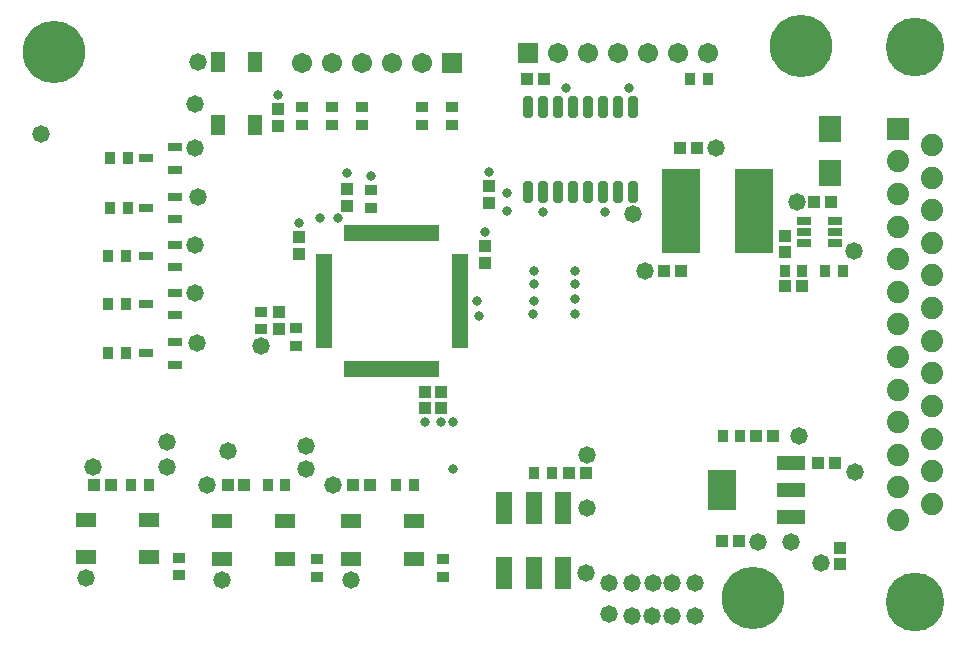
<source format=gts>
G04*
G04 #@! TF.GenerationSoftware,Altium Limited,Altium Designer,19.1.7 (138)*
G04*
G04 Layer_Color=8388736*
%FSLAX25Y25*%
%MOIN*%
G70*
G01*
G75*
%ADD32R,0.03556X0.04343*%
%ADD33R,0.03950X0.04343*%
%ADD34R,0.05524X0.10642*%
%ADD35R,0.12611X0.28359*%
%ADD36R,0.04540X0.02965*%
%ADD37R,0.04343X0.03556*%
%ADD38R,0.04343X0.03950*%
G04:AMPARAMS|DCode=39|XSize=31.62mil|YSize=72.96mil|CornerRadius=6.01mil|HoleSize=0mil|Usage=FLASHONLY|Rotation=180.000|XOffset=0mil|YOffset=0mil|HoleType=Round|Shape=RoundedRectangle|*
%AMROUNDEDRECTD39*
21,1,0.03162,0.06095,0,0,180.0*
21,1,0.01961,0.07296,0,0,180.0*
1,1,0.01202,-0.00980,0.03047*
1,1,0.01202,0.00980,0.03047*
1,1,0.01202,0.00980,-0.03047*
1,1,0.01202,-0.00980,-0.03047*
%
%ADD39ROUNDEDRECTD39*%
%ADD40R,0.03950X0.03950*%
%ADD41R,0.09265X0.13595*%
%ADD42R,0.09265X0.04737*%
%ADD43R,0.07296X0.08674*%
%ADD44R,0.06706X0.04737*%
%ADD45R,0.04737X0.06706*%
%ADD46R,0.04540X0.03162*%
%ADD47R,0.02000X0.05500*%
%ADD48R,0.05500X0.02000*%
%ADD49C,0.07453*%
%ADD50R,0.07453X0.07453*%
%ADD51C,0.19540*%
%ADD52C,0.06706*%
%ADD53R,0.06706X0.06706*%
%ADD54C,0.03300*%
%ADD55C,0.05800*%
%ADD56C,0.20800*%
D32*
X529953Y201500D02*
D03*
X524047D02*
D03*
X626953Y269000D02*
D03*
X621047D02*
D03*
X613406Y269000D02*
D03*
X607500D02*
D03*
X395453Y197500D02*
D03*
X389547D02*
D03*
X441000Y197500D02*
D03*
X435094D02*
D03*
X581953Y333000D02*
D03*
X576047D02*
D03*
X586760Y214122D02*
D03*
X592665D02*
D03*
X478047Y197500D02*
D03*
X483953D02*
D03*
X382547Y306500D02*
D03*
X388453D02*
D03*
X382547Y290000D02*
D03*
X388453D02*
D03*
X382047Y274000D02*
D03*
X387953D02*
D03*
X382047Y258000D02*
D03*
X387953D02*
D03*
X382047Y241500D02*
D03*
X387953D02*
D03*
D33*
X535744Y201500D02*
D03*
X541256D02*
D03*
X567244Y269000D02*
D03*
X572756D02*
D03*
X607744Y264000D02*
D03*
X613256D02*
D03*
X622756Y292000D02*
D03*
X617244D02*
D03*
X382756Y197500D02*
D03*
X377244D02*
D03*
X469256D02*
D03*
X463744D02*
D03*
X427303Y197500D02*
D03*
X421791D02*
D03*
X572744Y310000D02*
D03*
X578256D02*
D03*
X521744Y333000D02*
D03*
X527256D02*
D03*
X592256Y179000D02*
D03*
X586744D02*
D03*
X624256Y205000D02*
D03*
X618744D02*
D03*
D34*
X523856Y189876D02*
D03*
X533699D02*
D03*
X514014D02*
D03*
Y168222D02*
D03*
X533699D02*
D03*
X523856D02*
D03*
D35*
X597205Y289000D02*
D03*
X572795D02*
D03*
D36*
X624217Y278260D02*
D03*
Y282000D02*
D03*
Y285740D02*
D03*
X613784D02*
D03*
Y282000D02*
D03*
Y278260D02*
D03*
D37*
X496500Y317774D02*
D03*
Y323679D02*
D03*
X486500Y317821D02*
D03*
Y323726D02*
D03*
X466500Y317774D02*
D03*
Y323679D02*
D03*
X456500Y317774D02*
D03*
Y323679D02*
D03*
X446500Y317774D02*
D03*
Y323679D02*
D03*
X493500Y167047D02*
D03*
Y172953D02*
D03*
X451500Y167047D02*
D03*
Y172953D02*
D03*
X405500Y167547D02*
D03*
Y173453D02*
D03*
X469500Y290047D02*
D03*
Y295953D02*
D03*
X444500Y249953D02*
D03*
Y244047D02*
D03*
X433000Y255453D02*
D03*
Y249547D02*
D03*
D38*
X507500Y271744D02*
D03*
Y277256D02*
D03*
X445500Y274744D02*
D03*
Y280256D02*
D03*
X509000Y291744D02*
D03*
Y297256D02*
D03*
X438500Y317488D02*
D03*
Y323000D02*
D03*
X439000Y249744D02*
D03*
Y255256D02*
D03*
X626000Y176756D02*
D03*
Y171244D02*
D03*
X461500Y290744D02*
D03*
Y296256D02*
D03*
X487500Y228756D02*
D03*
Y223244D02*
D03*
X493000Y228756D02*
D03*
Y223244D02*
D03*
X607500Y280756D02*
D03*
Y275244D02*
D03*
D39*
X557000Y323772D02*
D03*
X552000D02*
D03*
X547000D02*
D03*
X542000D02*
D03*
X537000D02*
D03*
X532000D02*
D03*
X527000D02*
D03*
X522000D02*
D03*
X557000Y295228D02*
D03*
X552000D02*
D03*
X547000D02*
D03*
X542000D02*
D03*
X537000D02*
D03*
X532000D02*
D03*
X527000D02*
D03*
X522000D02*
D03*
D40*
X603666Y214122D02*
D03*
X597760D02*
D03*
D41*
X586484Y196000D02*
D03*
D42*
X609516Y205055D02*
D03*
Y196000D02*
D03*
Y186945D02*
D03*
D43*
X622500Y301520D02*
D03*
Y316480D02*
D03*
D44*
X374500Y186000D02*
D03*
X395500D02*
D03*
Y173500D02*
D03*
X374500D02*
D03*
X420047Y173000D02*
D03*
X441047D02*
D03*
Y185500D02*
D03*
X420047D02*
D03*
X463000Y173000D02*
D03*
X484000D02*
D03*
Y185500D02*
D03*
X463000D02*
D03*
D45*
X418500Y317500D02*
D03*
Y338500D02*
D03*
X431000D02*
D03*
Y317500D02*
D03*
D46*
X394677Y306500D02*
D03*
X404323Y310240D02*
D03*
Y302760D02*
D03*
X394677Y290000D02*
D03*
X404323Y293740D02*
D03*
Y286260D02*
D03*
X394677Y274000D02*
D03*
X404323Y277740D02*
D03*
Y270260D02*
D03*
X394677Y258000D02*
D03*
X404323Y261740D02*
D03*
Y254260D02*
D03*
X394677Y241500D02*
D03*
X404323Y245240D02*
D03*
Y237760D02*
D03*
D47*
X461736Y281638D02*
D03*
X463705D02*
D03*
X465673D02*
D03*
X467642D02*
D03*
X469610D02*
D03*
X471579D02*
D03*
X473547D02*
D03*
X475516D02*
D03*
X477484D02*
D03*
X479453D02*
D03*
X481421D02*
D03*
X483390D02*
D03*
X485358D02*
D03*
X487327D02*
D03*
X489295D02*
D03*
X491264D02*
D03*
Y236362D02*
D03*
X489295D02*
D03*
X487327D02*
D03*
X485358D02*
D03*
X483390D02*
D03*
X481421D02*
D03*
X479453D02*
D03*
X477484D02*
D03*
X475516D02*
D03*
X473547D02*
D03*
X471579D02*
D03*
X469610D02*
D03*
X467642D02*
D03*
X465673D02*
D03*
X463705D02*
D03*
X461736D02*
D03*
D48*
X499138Y273764D02*
D03*
Y271795D02*
D03*
Y269827D02*
D03*
Y267858D02*
D03*
Y265890D02*
D03*
Y263921D02*
D03*
Y261953D02*
D03*
Y259984D02*
D03*
Y258016D02*
D03*
Y256047D02*
D03*
Y254079D02*
D03*
Y252110D02*
D03*
Y250142D02*
D03*
Y248173D02*
D03*
Y246205D02*
D03*
Y244236D02*
D03*
X453862D02*
D03*
Y246205D02*
D03*
Y248173D02*
D03*
Y250142D02*
D03*
Y252110D02*
D03*
Y254079D02*
D03*
Y256047D02*
D03*
Y258016D02*
D03*
Y259984D02*
D03*
Y261953D02*
D03*
Y263921D02*
D03*
Y265890D02*
D03*
Y267858D02*
D03*
Y269827D02*
D03*
Y271795D02*
D03*
Y273764D02*
D03*
D49*
X645319Y185974D02*
D03*
X656500Y191409D02*
D03*
X645319Y196844D02*
D03*
X656500Y202279D02*
D03*
X645319Y207715D02*
D03*
X656500Y213150D02*
D03*
X645319Y218585D02*
D03*
X656500Y224020D02*
D03*
X645319Y229455D02*
D03*
X656500Y234890D02*
D03*
X645319Y240325D02*
D03*
X656500Y245760D02*
D03*
X645319Y251195D02*
D03*
X656500Y256630D02*
D03*
X645319Y262065D02*
D03*
X656500Y267500D02*
D03*
X645319Y272935D02*
D03*
X656500Y278370D02*
D03*
X645319Y283805D02*
D03*
X656500Y289240D02*
D03*
X645319Y294675D02*
D03*
X656500Y300110D02*
D03*
X645319Y305545D02*
D03*
X656500Y310980D02*
D03*
D50*
X645319Y316415D02*
D03*
D51*
X650910Y343817D02*
D03*
Y158573D02*
D03*
D52*
X542000Y341500D02*
D03*
X532000D02*
D03*
X552000D02*
D03*
X562000D02*
D03*
X572000D02*
D03*
X582000D02*
D03*
X446500Y338226D02*
D03*
X456500D02*
D03*
X466500D02*
D03*
X476500D02*
D03*
X486500D02*
D03*
D53*
X522000Y341500D02*
D03*
X496500Y338226D02*
D03*
D54*
X461500Y301500D02*
D03*
X458500Y286500D02*
D03*
X497000Y203000D02*
D03*
X547500Y288500D02*
D03*
X534500Y330000D02*
D03*
X527000Y288500D02*
D03*
X555500Y330000D02*
D03*
X515000Y295000D02*
D03*
X452500Y286500D02*
D03*
X523669Y254500D02*
D03*
X537500D02*
D03*
Y269000D02*
D03*
X524000D02*
D03*
X524069Y259000D02*
D03*
X537500Y259500D02*
D03*
X445500Y285000D02*
D03*
X509000Y302000D02*
D03*
X515000Y289000D02*
D03*
X505500Y254000D02*
D03*
X524000Y264500D02*
D03*
X537500Y264500D02*
D03*
X505000Y259000D02*
D03*
X497000Y218500D02*
D03*
X487500D02*
D03*
X493000D02*
D03*
X507500Y282000D02*
D03*
X469500Y300697D02*
D03*
X438500Y327744D02*
D03*
D55*
X631000Y202000D02*
D03*
X448000Y203000D02*
D03*
X422000Y209000D02*
D03*
X401500Y203500D02*
D03*
X541500Y207500D02*
D03*
X549000Y165000D02*
D03*
Y154500D02*
D03*
X556500Y165000D02*
D03*
Y154000D02*
D03*
X563500Y165000D02*
D03*
X563250Y154000D02*
D03*
X570000Y165000D02*
D03*
Y154000D02*
D03*
X577500D02*
D03*
Y165000D02*
D03*
X612213Y214122D02*
D03*
X619500Y171500D02*
D03*
X377000Y203500D02*
D03*
X561000Y269000D02*
D03*
X630500Y275500D02*
D03*
X611500Y292000D02*
D03*
X557000Y288000D02*
D03*
X598500Y178500D02*
D03*
X448000Y210500D02*
D03*
X359500Y314500D02*
D03*
X401500Y212000D02*
D03*
X411500Y245000D02*
D03*
X411000Y261500D02*
D03*
Y277500D02*
D03*
X412000Y293500D02*
D03*
X411000Y310000D02*
D03*
X457000Y197500D02*
D03*
X415000D02*
D03*
X411000Y324500D02*
D03*
X420047Y166000D02*
D03*
X374500Y166500D02*
D03*
X463000Y166000D02*
D03*
X584500Y310000D02*
D03*
X609500Y178500D02*
D03*
X541376Y168222D02*
D03*
X541500Y190000D02*
D03*
X412000Y338500D02*
D03*
X433000Y244000D02*
D03*
D56*
X364000Y342000D02*
D03*
X613000Y344000D02*
D03*
X597000Y160000D02*
D03*
M02*

</source>
